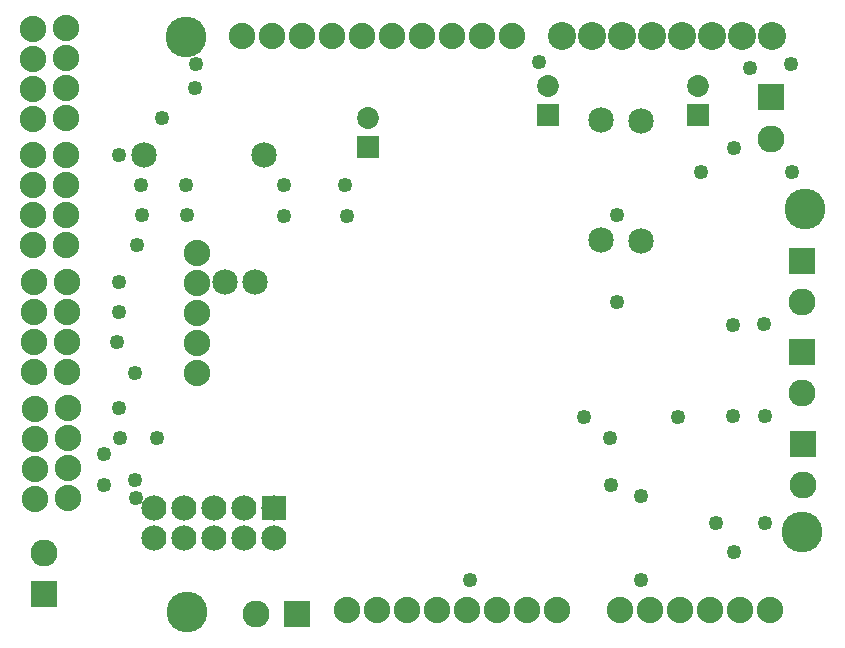
<source format=gts>
G04 MADE WITH FRITZING*
G04 WWW.FRITZING.ORG*
G04 DOUBLE SIDED*
G04 HOLES PLATED*
G04 CONTOUR ON CENTER OF CONTOUR VECTOR*
%ASAXBY*%
%FSLAX23Y23*%
%MOIN*%
%OFA0B0*%
%SFA1.0B1.0*%
%ADD10C,0.049370*%
%ADD11C,0.135984*%
%ADD12C,0.088000*%
%ADD13C,0.093307*%
%ADD14C,0.084000*%
%ADD15C,0.090000*%
%ADD16C,0.072992*%
%ADD17C,0.085000*%
%ADD18R,0.084000X0.084000*%
%ADD19R,0.090000X0.090000*%
%ADD20R,0.072992X0.072992*%
%LNMASK1*%
G90*
G70*
G54D10*
X484Y1740D03*
X2080Y480D03*
X1740Y1927D03*
G54D11*
X2618Y360D03*
X2627Y1437D03*
X567Y94D03*
X564Y2012D03*
G54D10*
X395Y534D03*
X2331Y390D03*
X2443Y1907D03*
X2582Y1921D03*
X596Y1921D03*
X2584Y1560D03*
X2279Y1562D03*
X595Y1840D03*
X1980Y517D03*
X1978Y674D03*
X468Y674D03*
X343Y674D03*
X289Y621D03*
X291Y519D03*
X399Y1318D03*
X395Y890D03*
X415Y1519D03*
X564Y1518D03*
X891Y1517D03*
X1095Y1519D03*
X2000Y1127D03*
X2000Y1418D03*
X1099Y1416D03*
X891Y1416D03*
X566Y1418D03*
X416Y1419D03*
X2204Y744D03*
X1890Y744D03*
X340Y1095D03*
X334Y995D03*
G54D12*
X2512Y100D03*
X2412Y100D03*
X2312Y100D03*
X2212Y100D03*
X2112Y100D03*
X2012Y100D03*
X1802Y101D03*
X1702Y101D03*
X1602Y101D03*
X1502Y101D03*
X1402Y101D03*
X1302Y101D03*
X1202Y101D03*
X1102Y101D03*
G54D13*
X2518Y2014D03*
X2418Y2014D03*
X2318Y2014D03*
X2218Y2014D03*
X2118Y2014D03*
X2018Y2014D03*
X1918Y2014D03*
X1818Y2014D03*
G54D12*
X1650Y2014D03*
X1550Y2014D03*
X1450Y2014D03*
X1350Y2014D03*
X1250Y2014D03*
X1150Y2014D03*
X1050Y2014D03*
X950Y2014D03*
X850Y2014D03*
X750Y2014D03*
G54D14*
X857Y341D03*
X757Y341D03*
X657Y341D03*
X557Y341D03*
X457Y341D03*
X857Y441D03*
X757Y441D03*
X657Y441D03*
X557Y441D03*
X457Y441D03*
G54D15*
X2619Y656D03*
X2619Y518D03*
G54D12*
X167Y1196D03*
X167Y1096D03*
X167Y996D03*
X167Y896D03*
X59Y772D03*
X59Y672D03*
X59Y572D03*
X59Y472D03*
X169Y774D03*
X169Y674D03*
X169Y574D03*
X169Y474D03*
X57Y1194D03*
X57Y1094D03*
X57Y994D03*
X57Y894D03*
X164Y1618D03*
X164Y1518D03*
X164Y1418D03*
X164Y1318D03*
X55Y1617D03*
X55Y1517D03*
X55Y1417D03*
X55Y1317D03*
X164Y2041D03*
X164Y1941D03*
X164Y1841D03*
X164Y1741D03*
X55Y2039D03*
X55Y1939D03*
X55Y1839D03*
X55Y1739D03*
G54D10*
X396Y474D03*
X339Y1196D03*
X339Y1618D03*
X339Y774D03*
G54D15*
X934Y89D03*
X796Y89D03*
X92Y154D03*
X92Y292D03*
X2514Y1810D03*
X2514Y1672D03*
X2616Y1265D03*
X2616Y1127D03*
X2616Y961D03*
X2616Y823D03*
G54D10*
X1509Y202D03*
G54D16*
X2270Y1750D03*
X2270Y1849D03*
X1170Y1644D03*
X1170Y1742D03*
X1770Y1750D03*
X1770Y1848D03*
G54D17*
X424Y1618D03*
X824Y1618D03*
X2082Y1330D03*
X2082Y1730D03*
X1947Y1335D03*
X1947Y1735D03*
G54D10*
X2082Y202D03*
X2390Y1642D03*
X2389Y294D03*
X2494Y390D03*
X2386Y748D03*
X2494Y748D03*
X2386Y1052D03*
X2491Y1055D03*
G54D12*
X600Y1290D03*
X600Y1190D03*
X600Y1090D03*
X600Y990D03*
X600Y890D03*
G54D17*
X695Y1193D03*
X795Y1193D03*
G54D18*
X857Y441D03*
G54D19*
X2619Y656D03*
X934Y89D03*
X92Y154D03*
X2514Y1810D03*
X2616Y1265D03*
X2616Y961D03*
G54D20*
X2270Y1750D03*
X1170Y1644D03*
X1770Y1750D03*
G04 End of Mask1*
M02*
</source>
